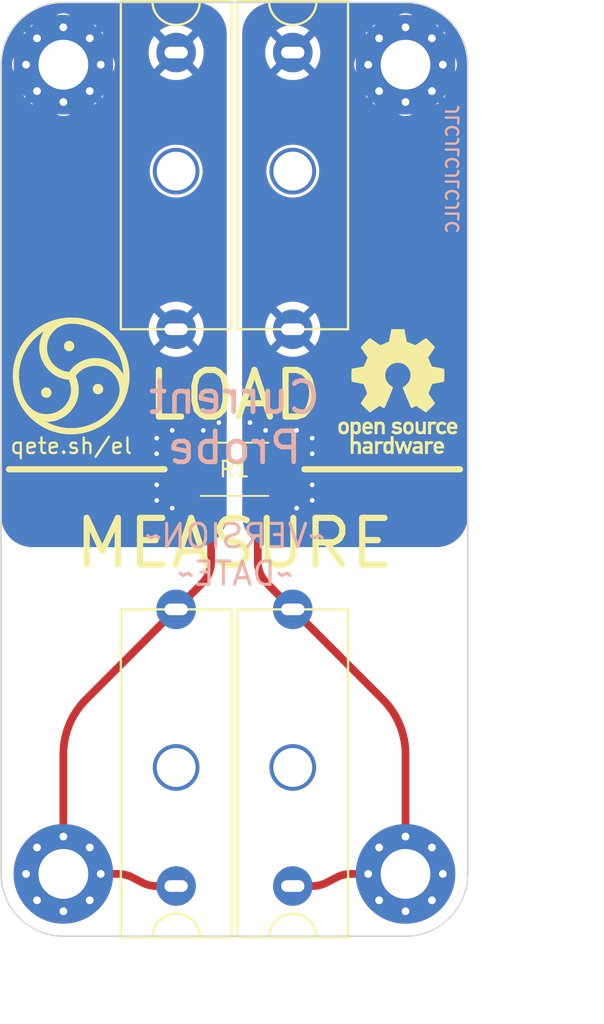
<source format=kicad_pcb>
(kicad_pcb (version 20221018) (generator pcbnew)
  (layers (0 "F.Cu" signal) (31 "B.Cu" signal) (34 "B.Paste" user) (35 "F.Paste" user) (36 "B.SilkS" user "B.Silkscreen") (37 "F.SilkS" user "F.Silkscreen") (38 "B.Mask" user) (39 "F.Mask" user) (44 "Edge.Cuts" user))
  (property "DATE" "~DATE~")
  (property "VERSION" "~VERSION~")
  (net 0 "")
  (net 1 "/IN")
  (net 2 "/OUT")
  (footprint "My_Footprints:CutieMark7.5mmInverted" (layer "F.Cu") (at 139.5 94)
    (fp_text reference "G***" hide)
    (fp_text value "LOGO" hide)
  )
  (footprint "My_Footprints:4mm_print_socket_with_hole" (layer "F.Cu") (at 158.83 119.16 -90)
    (fp_text reference "J2" hide)
    (fp_text value "M2")
    (pad "" np_thru_hole circle (at 0 5.08 270) (size 3 3) (drill 2.5) (layers "*.Cu" "*.Mask"))
    (pad "1" thru_hole circle (at -10.16 5.08 270) (size 2.54 2.54) (drill oval 0.75 1.5) (layers "*.Cu" "*.Mask") (net 2 "/OUT"))
    (pad "1" thru_hole circle (at 7.62 5.08 270) (size 2.54 2.54) (drill oval 0.75 1.5) (layers "*.Cu" "*.Mask") (net 2 "/OUT"))
  )
  (footprint "My_Footprints:4mm_print_socket_with_hole" (layer "F.Cu") (at 141.17 80.84 90)
    (fp_text reference "J3" hide)
    (fp_text value "IN")
    (pad "" np_thru_hole circle (at 0 5.08 90) (size 3 3) (drill 2.5) (layers "*.Cu" "*.Mask"))
    (pad "1" thru_hole circle (at -10.16 5.08 90) (size 2.54 2.54) (drill oval 0.75 1.5) (layers "*.Cu" "*.Mask") (net 1 "/IN"))
    (pad "1" thru_hole circle (at 7.62 5.08 90) (size 2.54 2.54) (drill oval 0.75 1.5) (layers "*.Cu" "*.Mask") (net 1 "/IN"))
  )
  (footprint "Resistor_SMD:R_2512_6332Metric_Pad1.40x3.35mm_HandSolder" (layer "F.Cu") (at 150 100)
    (fp_text reference "R1" (at 0 0) (layer "F.SilkS"))
    (fp_text value "2512/3W")
    (pad "1" smd roundrect (at -3.05 0) (size 1.4 3.35) (layers "F.Cu" "F.Paste" "F.Mask") (roundrect_rratio 0.178571) (net 1 "/IN"))
    (pad "2" smd roundrect (at 3.05 0) (size 1.4 3.35) (layers "F.Cu" "F.Paste" "F.Mask") (roundrect_rratio 0.178571) (net 2 "/OUT"))
  )
  (footprint "MountingHole:MountingHole_3.2mm_M3_Pad_Via" (layer "F.Cu") (at 139 74)
    (fp_text reference "H1" hide)
    (fp_text value "IN")
    (pad "1" thru_hole circle (at -2.4 0) (size 0.8 0.8) (drill 0.5) (layers "*.Cu" "*.Mask") (net 1 "/IN"))
    (pad "1" thru_hole circle (at -1.697056 -1.697056) (size 0.8 0.8) (drill 0.5) (layers "*.Cu" "*.Mask") (net 1 "/IN"))
    (pad "1" thru_hole circle (at -1.697056 1.697056) (size 0.8 0.8) (drill 0.5) (layers "*.Cu" "*.Mask") (net 1 "/IN"))
    (pad "1" thru_hole circle (at 0 -2.4) (size 0.8 0.8) (drill 0.5) (layers "*.Cu" "*.Mask") (net 1 "/IN"))
    (pad "1" thru_hole circle (at 0 0) (size 6.4 6.4) (drill 3.2) (layers "*.Cu" "*.Mask") (net 1 "/IN"))
    (pad "1" thru_hole circle (at 0 2.4) (size 0.8 0.8) (drill 0.5) (layers "*.Cu" "*.Mask") (net 1 "/IN"))
    (pad "1" thru_hole circle (at 1.697056 -1.697056) (size 0.8 0.8) (drill 0.5) (layers "*.Cu" "*.Mask") (net 1 "/IN"))
    (pad "1" thru_hole circle (at 1.697056 1.697056) (size 0.8 0.8) (drill 0.5) (layers "*.Cu" "*.Mask") (net 1 "/IN"))
    (pad "1" thru_hole circle (at 2.4 0) (size 0.8 0.8) (drill 0.5) (layers "*.Cu" "*.Mask") (net 1 "/IN"))
  )
  (footprint "Symbol:OSHW-Logo_7.5x8mm_SilkScreen" (layer "F.Cu") (at 160.5 95)
    (fp_text reference "REF**" hide)
    (fp_text value "OSHW-Logo_7.5x8mm_SilkScreen" hide)
  )
  (footprint "MountingHole:MountingHole_3.2mm_M3_Pad_Via" (layer "F.Cu") (at 161 74)
    (fp_text reference "H2" hide)
    (fp_text value "OUT")
    (pad "1" thru_hole circle (at -2.4 0) (size 0.8 0.8) (drill 0.5) (layers "*.Cu" "*.Mask") (net 2 "/OUT"))
    (pad "1" thru_hole circle (at -1.697056 -1.697056) (size 0.8 0.8) (drill 0.5) (layers "*.Cu" "*.Mask") (net 2 "/OUT"))
    (pad "1" thru_hole circle (at -1.697056 1.697056) (size 0.8 0.8) (drill 0.5) (layers "*.Cu" "*.Mask") (net 2 "/OUT"))
    (pad "1" thru_hole circle (at 0 -2.4) (size 0.8 0.8) (drill 0.5) (layers "*.Cu" "*.Mask") (net 2 "/OUT"))
    (pad "1" thru_hole circle (at 0 0) (size 6.4 6.4) (drill 3.2) (layers "*.Cu" "*.Mask") (net 2 "/OUT"))
    (pad "1" thru_hole circle (at 0 2.4) (size 0.8 0.8) (drill 0.5) (layers "*.Cu" "*.Mask") (net 2 "/OUT"))
    (pad "1" thru_hole circle (at 1.697056 -1.697056) (size 0.8 0.8) (drill 0.5) (layers "*.Cu" "*.Mask") (net 2 "/OUT"))
    (pad "1" thru_hole circle (at 1.697056 1.697056) (size 0.8 0.8) (drill 0.5) (layers "*.Cu" "*.Mask") (net 2 "/OUT"))
    (pad "1" thru_hole circle (at 2.4 0) (size 0.8 0.8) (drill 0.5) (layers "*.Cu" "*.Mask") (net 2 "/OUT"))
  )
  (footprint "MountingHole:MountingHole_3.2mm_M3_Pad_Via" (layer "F.Cu") (at 139 126)
    (fp_text reference "H4" hide)
    (fp_text value "M1")
    (pad "1" thru_hole circle (at -2.4 0) (size 0.8 0.8) (drill 0.5) (layers "*.Cu" "*.Mask") (net 1 "/IN"))
    (pad "1" thru_hole circle (at -1.697056 -1.697056) (size 0.8 0.8) (drill 0.5) (layers "*.Cu" "*.Mask") (net 1 "/IN"))
    (pad "1" thru_hole circle (at -1.697056 1.697056) (size 0.8 0.8) (drill 0.5) (layers "*.Cu" "*.Mask") (net 1 "/IN"))
    (pad "1" thru_hole circle (at 0 -2.4) (size 0.8 0.8) (drill 0.5) (layers "*.Cu" "*.Mask") (net 1 "/IN"))
    (pad "1" thru_hole circle (at 0 0) (size 6.4 6.4) (drill 3.2) (layers "*.Cu" "*.Mask") (net 1 "/IN"))
    (pad "1" thru_hole circle (at 0 2.4) (size 0.8 0.8) (drill 0.5) (layers "*.Cu" "*.Mask") (net 1 "/IN"))
    (pad "1" thru_hole circle (at 1.697056 -1.697056) (size 0.8 0.8) (drill 0.5) (layers "*.Cu" "*.Mask") (net 1 "/IN"))
    (pad "1" thru_hole circle (at 1.697056 1.697056) (size 0.8 0.8) (drill 0.5) (layers "*.Cu" "*.Mask") (net 1 "/IN"))
    (pad "1" thru_hole circle (at 2.4 0) (size 0.8 0.8) (drill 0.5) (layers "*.Cu" "*.Mask") (net 1 "/IN"))
  )
  (footprint "My_Footprints:4mm_print_socket_with_hole" (layer "F.Cu") (at 151.33 119.16 -90)
    (fp_text reference "J1" hide)
    (fp_text value "M1")
    (pad "" np_thru_hole circle (at 0 5.08 270) (size 3 3) (drill 2.5) (layers "*.Cu" "*.Mask"))
    (pad "1" thru_hole circle (at -10.16 5.08 270) (size 2.54 2.54) (drill oval 0.75 1.5) (layers "*.Cu" "*.Mask") (net 1 "/IN"))
    (pad "1" thru_hole circle (at 7.62 5.08 270) (size 2.54 2.54) (drill oval 0.75 1.5) (layers "*.Cu" "*.Mask") (net 1 "/IN"))
  )
  (footprint "MountingHole:MountingHole_3.2mm_M3_Pad_Via" (layer "F.Cu") (at 161 126)
    (fp_text reference "H3" hide)
    (fp_text value "M2")
    (pad "1" thru_hole circle (at -2.4 0) (size 0.8 0.8) (drill 0.5) (layers "*.Cu" "*.Mask") (net 2 "/OUT"))
    (pad "1" thru_hole circle (at -1.697056 -1.697056) (size 0.8 0.8) (drill 0.5) (layers "*.Cu" "*.Mask") (net 2 "/OUT"))
    (pad "1" thru_hole circle (at -1.697056 1.697056) (size 0.8 0.8) (drill 0.5) (layers "*.Cu" "*.Mask") (net 2 "/OUT"))
    (pad "1" thru_hole circle (at 0 -2.4) (size 0.8 0.8) (drill 0.5) (layers "*.Cu" "*.Mask") (net 2 "/OUT"))
    (pad "1" thru_hole circle (at 0 0) (size 6.4 6.4) (drill 3.2) (layers "*.Cu" "*.Mask") (net 2 "/OUT"))
    (pad "1" thru_hole circle (at 0 2.4) (size 0.8 0.8) (drill 0.5) (layers "*.Cu" "*.Mask") (net 2 "/OUT"))
    (pad "1" thru_hole circle (at 1.697056 -1.697056) (size 0.8 0.8) (drill 0.5) (layers "*.Cu" "*.Mask") (net 2 "/OUT"))
    (pad "1" thru_hole circle (at 1.697056 1.697056) (size 0.8 0.8) (drill 0.5) (layers "*.Cu" "*.Mask") (net 2 "/OUT"))
    (pad "1" thru_hole circle (at 2.4 0) (size 0.8 0.8) (drill 0.5) (layers "*.Cu" "*.Mask") (net 2 "/OUT"))
  )
  (footprint "My_Footprints:4mm_print_socket_with_hole" (layer "F.Cu") (at 148.67 80.84 90)
    (fp_text reference "J4" hide)
    (fp_text value "OUT")
    (pad "" np_thru_hole circle (at 0 5.08 90) (size 3 3) (drill 2.5) (layers "*.Cu" "*.Mask"))
    (pad "1" thru_hole circle (at -10.16 5.08 90) (size 2.54 2.54) (drill oval 0.75 1.5) (layers "*.Cu" "*.Mask") (net 2 "/OUT"))
    (pad "1" thru_hole circle (at 7.62 5.08 90) (size 2.54 2.54) (drill oval 0.75 1.5) (layers "*.Cu" "*.Mask") (net 2 "/OUT"))
  )
  (gr_line (start 145.5 100) (end 135.5 100) (stroke (width 0.4)) (layer "F.SilkS"))
  (gr_line (start 164.5 100) (end 154.5 100) (stroke (width 0.4)) (layer "F.SilkS"))
  (gr_arc (start 165 126) (mid 163.828427 128.828427) (end 161 130) (stroke (width 0.1)) (layer "Edge.Cuts"))
  (gr_arc (start 135 74) (mid 136.171573 71.171573) (end 139 70) (stroke (width 0.1)) (layer "Edge.Cuts"))
  (gr_line (start 135 126) (end 135 74) (stroke (width 0.1)) (layer "Edge.Cuts"))
  (gr_line (start 165 74) (end 165 126) (stroke (width 0.1)) (layer "Edge.Cuts"))
  (gr_arc (start 161 70) (mid 163.828427 71.171573) (end 165 74) (stroke (width 0.1)) (layer "Edge.Cuts"))
  (gr_line (start 161 130) (end 139 130) (stroke (width 0.1)) (layer "Edge.Cuts"))
  (gr_line (start 139 70) (end 161 70) (stroke (width 0.1)) (layer "Edge.Cuts"))
  (gr_arc (start 139 130) (mid 136.171573 128.828427) (end 135 126) (stroke (width 0.1)) (layer "Edge.Cuts"))
  (gr_text "Current\nProbe" (at 150 97) (layer "B.SilkS") (effects (font (size 2 2) (thickness 0.3)) (justify mirror)))
  (gr_text "${VERSION}\n${DATE}" (at 150 105.5) (layer "B.SilkS") (effects (font (size 1.5 1.5) (thickness 0.2)) (justify mirror)))
  (gr_text "JLCJLCJLCJLC" (at 164.5 76.5 90) (layer "B.SilkS") (effects (font (size 0.8 0.8)) (justify left bottom mirror)))
  (gr_text "MEASURE" (at 150 103) (layer "F.SilkS") (effects (font (size 3 3) (thickness 0.4)) (justify top)))
  (gr_text "LOAD" (at 150 97) (layer "F.SilkS") (effects (font (size 3 3) (thickness 0.4)) (justify bottom)))
  (gr_text "qete.sh/el" (at 139.5 98.5) (layer "F.SilkS") (effects (font (size 1 1))))
  (segment (start 144.988924 126.78) (end 146.25 126.78) (width 0.5) (layer "F.Cu") (net 1))
  (segment (start 143.433782 126.225566) (end 144.066219 126.554434) (width 0.5) (layer "F.Cu") (net 1))
  (segment (start 139 118.321068) (end 139 126) (width 0.5) (layer "F.Cu") (net 1))
  (segment (start 139 126) (end 142.511076 126) (width 0.5) (layer "F.Cu") (net 1))
  (segment (start 146.25 109) (end 140.464466 114.785534) (width 0.5) (layer "F.Cu") (net 1))
  (segment (start 147.914213 107.335787) (end 146.25 109) (width 0.5) (layer "F.Cu") (net 1))
  (segment (start 148.5 100.75) (end 148.5 105.921573) (width 0.5) (layer "F.Cu") (net 1))
  (segment (start 146.95 100) (end 147.75 100) (width 0.5) (layer "F.Cu") (net 1))
  (via (at 146 97.5) (size 0.5) (drill 0.3) (layers "F.Cu" "B.Cu") (net 1))
  (via (at 146 102.5) (size 0.5) (drill 0.3) (layers "F.Cu" "B.Cu") (net 1))
  (via (at 145 102) (size 0.5) (drill 0.3) (layers "F.Cu" "B.Cu") (net 1))
  (via (at 148 97.5) (size 0.5) (drill 0.3) (layers "F.Cu" "B.Cu") (net 1))
  (via (at 145 99) (size 0.5) (drill 0.3) (layers "F.Cu" "B.Cu") (net 1))
  (via (at 145 101) (size 0.5) (drill 0.3) (layers "F.Cu" "B.Cu") (net 1))
  (via (at 145 98) (size 0.5) (drill 0.3) (layers "F.Cu" "B.Cu") (net 1))
  (via (at 149 97) (size 0.5) (drill 0.3) (layers "F.Cu" "B.Cu") (net 1))
  (arc (start 139 118.321068) (mid 139.380602 116.407651) (end 140.464466 114.785534) (width 0.5) (layer "F.Cu") (net 1))
  (arc (start 144.988924 126.78) (mid 144.513986 126.72279) (end 144.066219 126.554434) (width 0.5) (layer "F.Cu") (net 1))
  (arc (start 143.433782 126.225566) (mid 142.986015 126.057209) (end 142.511076 126) (width 0.5) (layer "F.Cu") (net 1))
  (arc (start 147.75 100) (mid 148.28033 100.21967) (end 148.5 100.75) (width 0.5) (layer "F.Cu") (net 1))
  (arc (start 148.5 105.921573) (mid 148.347759 106.68694) (end 147.914213 107.335787) (width 0.5) (layer "F.Cu") (net 1))
  (segment (start 152.25 100) (end 153.05 100) (width 0.5) (layer "F.Cu") (net 2))
  (segment (start 151.5 105.921573) (end 151.5 100.75) (width 0.5) (layer "F.Cu") (net 2))
  (segment (start 153.75 109) (end 152.085787 107.335787) (width 0.5) (layer "F.Cu") (net 2))
  (segment (start 155.011076 126.78) (end 153.75 126.78) (width 0.5) (layer "F.Cu") (net 2))
  (segment (start 161 118.321068) (end 161 126) (width 0.5) (layer "F.Cu") (net 2))
  (segment (start 161 126) (end 157.488924 126) (width 0.5) (layer "F.Cu") (net 2))
  (segment (start 156.566219 126.225566) (end 155.933782 126.554434) (width 0.5) (layer "F.Cu") (net 2))
  (segment (start 153.75 109) (end 159.535534 114.785534) (width 0.5) (layer "F.Cu") (net 2))
  (via (at 154 102.5) (size 0.5) (drill 0.3) (layers "F.Cu" "B.Cu") (net 2))
  (via (at 155 101) (size 0.5) (drill 0.3) (layers "F.Cu" "B.Cu") (net 2))
  (via (at 154 97.5) (size 0.5) (drill 0.3) (layers "F.Cu" "B.Cu") (net 2))
  (via (at 152 97.5) (size 0.5) (drill 0.3) (layers "F.Cu" "B.Cu") (net 2))
  (via (at 155 102) (size 0.5) (drill 0.3) (layers "F.Cu" "B.Cu") (net 2))
  (via (at 155 98) (size 0.5) (drill 0.3) (layers "F.Cu" "B.Cu") (net 2))
  (via (at 155 99) (size 0.5) (drill 0.3) (layers "F.Cu" "B.Cu") (net 2))
  (via (at 151 97) (size 0.5) (drill 0.3) (layers "F.Cu" "B.Cu") (net 2))
  (arc (start 156.566219 126.225566) (mid 157.013986 126.05721) (end 157.488924 126) (width 0.5) (layer "F.Cu") (net 2))
  (arc (start 152.085787 107.335787) (mid 151.652241 106.68694) (end 151.5 105.921573) (width 0.5) (layer "F.Cu") (net 2))
  (arc (start 155.933782 126.554434) (mid 155.486015 126.722791) (end 155.011076 126.78) (width 0.5) (layer "F.Cu") (net 2))
  (arc (start 152.25 100) (mid 151.71967 100.21967) (end 151.5 100.75) (width 0.5) (layer "F.Cu") (net 2))
  (arc (start 161 118.321068) (mid 160.619398 116.407651) (end 159.535534 114.785534) (width 0.5) (layer "F.Cu") (net 2))
  (zone (net 2) (net_name "/OUT") (layer "F.Cu") (connect_pads (clearance 0.2)) (min_thickness 0.127) (fill yes (thermal_gap 0.5) (thermal_bridge_width 0.5) (smoothing fillet) (radius 2))
    (polygon (pts (xy 165 70) (xy 165 105) (xy 152.5 105) (xy 152.5 98) (xy 150.5 98) (xy 150.5 70)))
  )
  (zone (net 1) (net_name "/IN") (layer "F.Cu") (connect_pads (clearance 0.2)) (min_thickness 0.127) (fill yes (thermal_gap 0.5) (thermal_bridge_width 0.5) (smoothing fillet) (radius 2))
    (polygon (pts (xy 135 70) (xy 135 105) (xy 147.5 105) (xy 147.5 98) (xy 149.5 98) (xy 149.5 70)))
  )
  (zone (net 1) (net_name "/IN") (layer "B.Cu") (connect_pads (clearance 0.2)) (min_thickness 0.127) (fill yes (thermal_gap 0.5) (thermal_bridge_width 0.5) (smoothing fillet) (radius 2))
    (polygon (pts (xy 135 70) (xy 135 105) (xy 149.5 105) (xy 149.5 70)))
  )
  (zone (net 2) (net_name "/OUT") (layer "B.Cu") (connect_pads (clearance 0.2)) (min_thickness 0.127) (fill yes (thermal_gap 0.5) (thermal_bridge_width 0.5) (smoothing fillet) (radius 2))
    (polygon (pts (xy 165 70) (xy 165 105) (xy 150.5 105) (xy 150.5 70)))
  )
)
</source>
